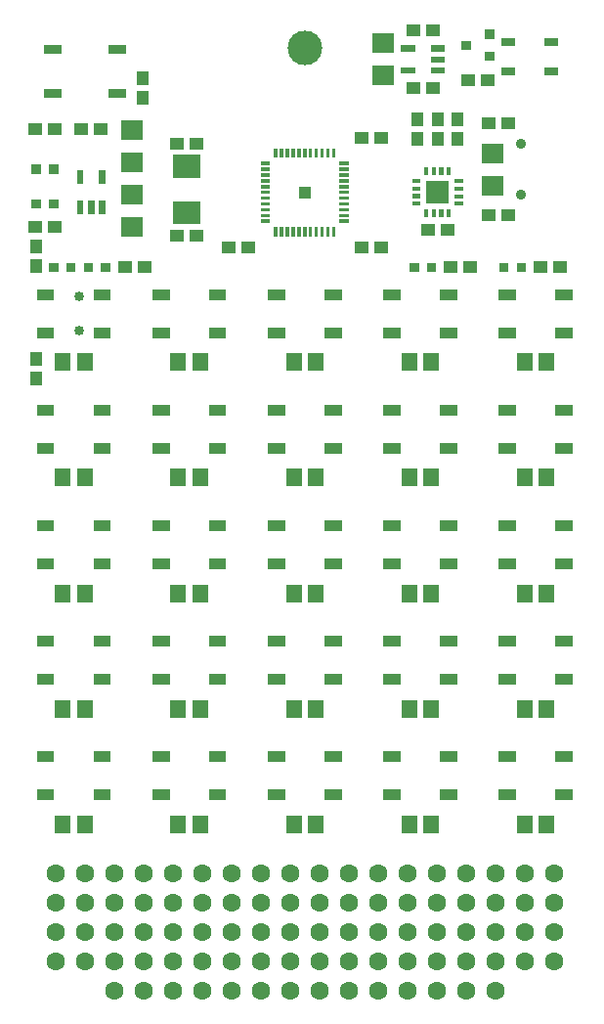
<source format=gbr>
G04 DipTrace 2.4.0.2*
%INTopMask.gbr*%
%MOIN*%
%ADD37C,0.0354*%
%ADD38C,0.1181*%
%ADD39C,0.0335*%
%ADD42C,0.063*%
%ADD52R,0.0551X0.063*%
%ADD54R,0.0433X0.0472*%
%ADD56R,0.0748X0.0669*%
%ADD58R,0.0472X0.0433*%
%FSLAX44Y44*%
G04*
G70*
G90*
G75*
G01*
%LNTopMask*%
%LPD*%
D58*
X13543Y34252D3*
X14213D3*
X11772Y30610D3*
X12441D3*
X5472Y27264D3*
X6142D3*
X5472Y30413D3*
X6142D3*
D56*
X3937Y30866D3*
Y29764D3*
Y27559D3*
Y28661D3*
D58*
X7913Y26870D3*
X7244D3*
X11772D3*
X12441D3*
X13543Y32283D3*
X14213D3*
D56*
X12500Y32717D3*
Y33819D3*
D54*
X14370Y30571D3*
Y31240D3*
X13681Y30571D3*
Y31240D3*
X15059Y30571D3*
Y31240D3*
D58*
X14035Y27461D3*
X14705D3*
D52*
X2343Y22953D3*
X1594D3*
X6280D3*
X5531D3*
X10217D3*
X9469D3*
X14154D3*
X13406D3*
X18091D3*
X17343D3*
X2343Y19016D3*
X1594D3*
X6280D3*
X5531D3*
X10217D3*
X9469D3*
X14154D3*
X13406D3*
X18091D3*
X17343D3*
X2343Y15079D3*
X1594D3*
X6280D3*
X5531D3*
X10217D3*
X9469D3*
X14154D3*
X13406D3*
X18091D3*
X17343D3*
X2343Y11142D3*
X1594D3*
X6280D3*
X5531D3*
X10217D3*
X9469D3*
X14154D3*
X13406D3*
X18091D3*
X17343D3*
X2343Y7205D3*
X1594D3*
X6280D3*
X5531D3*
X10217D3*
X9469D3*
X14154D3*
X13406D3*
X18091D3*
X17343D3*
D37*
X17224Y30394D3*
Y28661D3*
G36*
X18484Y33996D2*
X18012D1*
Y33720D1*
X18484D1*
Y33996D1*
G37*
G36*
X17028D2*
X16555D1*
Y33720D1*
X17028D1*
Y33996D1*
G37*
G36*
X18484Y33012D2*
X18012D1*
Y32736D1*
X18484D1*
Y33012D1*
G37*
G36*
X17028D2*
X16555D1*
Y32736D1*
X17028D1*
Y33012D1*
G37*
D56*
X16240Y30079D3*
Y28976D3*
D38*
X9843Y33661D3*
G36*
X846Y29370D2*
Y29685D1*
X531D1*
Y29370D1*
X846D1*
G37*
G36*
X1437D2*
Y29685D1*
X1122D1*
Y29370D1*
X1437D1*
G37*
G36*
X846Y28189D2*
Y28504D1*
X531D1*
Y28189D1*
X846D1*
G37*
G36*
X1437D2*
Y28504D1*
X1122D1*
Y28189D1*
X1437D1*
G37*
G36*
X1713Y26339D2*
Y26024D1*
X2028D1*
Y26339D1*
X1713D1*
G37*
G36*
X1122D2*
Y26024D1*
X1437D1*
Y26339D1*
X1122D1*
G37*
G36*
X2618Y26024D2*
Y26339D1*
X2303D1*
Y26024D1*
X2618D1*
G37*
G36*
X3209D2*
Y26339D1*
X2894D1*
Y26024D1*
X3209D1*
G37*
G36*
X13740D2*
Y26339D1*
X13425D1*
Y26024D1*
X13740D1*
G37*
G36*
X14331D2*
Y26339D1*
X14016D1*
Y26024D1*
X14331D1*
G37*
G36*
X2638Y23780D2*
X3228D1*
Y24134D1*
X2638D1*
Y23780D1*
G37*
G36*
Y25079D2*
X3228D1*
Y25433D1*
X2638D1*
Y25079D1*
G37*
G36*
X709D2*
X1299D1*
Y25433D1*
X709D1*
Y25079D1*
G37*
G36*
Y23780D2*
X1299D1*
Y24134D1*
X709D1*
Y23780D1*
G37*
G36*
X6575D2*
X7165D1*
Y24134D1*
X6575D1*
Y23780D1*
G37*
G36*
Y25079D2*
X7165D1*
Y25433D1*
X6575D1*
Y25079D1*
G37*
G36*
X4646D2*
X5236D1*
Y25433D1*
X4646D1*
Y25079D1*
G37*
G36*
Y23780D2*
X5236D1*
Y24134D1*
X4646D1*
Y23780D1*
G37*
G36*
X10512D2*
X11102D1*
Y24134D1*
X10512D1*
Y23780D1*
G37*
G36*
Y25079D2*
X11102D1*
Y25433D1*
X10512D1*
Y25079D1*
G37*
G36*
X8583D2*
X9173D1*
Y25433D1*
X8583D1*
Y25079D1*
G37*
G36*
Y23780D2*
X9173D1*
Y24134D1*
X8583D1*
Y23780D1*
G37*
G36*
X14449D2*
X15039D1*
Y24134D1*
X14449D1*
Y23780D1*
G37*
G36*
Y25079D2*
X15039D1*
Y25433D1*
X14449D1*
Y25079D1*
G37*
G36*
X12520D2*
X13110D1*
Y25433D1*
X12520D1*
Y25079D1*
G37*
G36*
Y23780D2*
X13110D1*
Y24134D1*
X12520D1*
Y23780D1*
G37*
G36*
X18386D2*
X18976D1*
Y24134D1*
X18386D1*
Y23780D1*
G37*
G36*
Y25079D2*
X18976D1*
Y25433D1*
X18386D1*
Y25079D1*
G37*
G36*
X16457D2*
X17047D1*
Y25433D1*
X16457D1*
Y25079D1*
G37*
G36*
Y23780D2*
X17047D1*
Y24134D1*
X16457D1*
Y23780D1*
G37*
G36*
X2638Y19843D2*
X3228D1*
Y20197D1*
X2638D1*
Y19843D1*
G37*
G36*
Y21142D2*
X3228D1*
Y21496D1*
X2638D1*
Y21142D1*
G37*
G36*
X709D2*
X1299D1*
Y21496D1*
X709D1*
Y21142D1*
G37*
G36*
Y19843D2*
X1299D1*
Y20197D1*
X709D1*
Y19843D1*
G37*
G36*
X6575D2*
X7165D1*
Y20197D1*
X6575D1*
Y19843D1*
G37*
G36*
Y21142D2*
X7165D1*
Y21496D1*
X6575D1*
Y21142D1*
G37*
G36*
X4646D2*
X5236D1*
Y21496D1*
X4646D1*
Y21142D1*
G37*
G36*
Y19843D2*
X5236D1*
Y20197D1*
X4646D1*
Y19843D1*
G37*
G36*
X10512D2*
X11102D1*
Y20197D1*
X10512D1*
Y19843D1*
G37*
G36*
Y21142D2*
X11102D1*
Y21496D1*
X10512D1*
Y21142D1*
G37*
G36*
X8583D2*
X9173D1*
Y21496D1*
X8583D1*
Y21142D1*
G37*
G36*
Y19843D2*
X9173D1*
Y20197D1*
X8583D1*
Y19843D1*
G37*
G36*
X14449D2*
X15039D1*
Y20197D1*
X14449D1*
Y19843D1*
G37*
G36*
Y21142D2*
X15039D1*
Y21496D1*
X14449D1*
Y21142D1*
G37*
G36*
X12520D2*
X13110D1*
Y21496D1*
X12520D1*
Y21142D1*
G37*
G36*
Y19843D2*
X13110D1*
Y20197D1*
X12520D1*
Y19843D1*
G37*
G36*
X18386D2*
X18976D1*
Y20197D1*
X18386D1*
Y19843D1*
G37*
G36*
Y21142D2*
X18976D1*
Y21496D1*
X18386D1*
Y21142D1*
G37*
G36*
X16457D2*
X17047D1*
Y21496D1*
X16457D1*
Y21142D1*
G37*
G36*
Y19843D2*
X17047D1*
Y20197D1*
X16457D1*
Y19843D1*
G37*
G36*
X2638Y15906D2*
X3228D1*
Y16260D1*
X2638D1*
Y15906D1*
G37*
G36*
Y17205D2*
X3228D1*
Y17559D1*
X2638D1*
Y17205D1*
G37*
G36*
X709D2*
X1299D1*
Y17559D1*
X709D1*
Y17205D1*
G37*
G36*
Y15906D2*
X1299D1*
Y16260D1*
X709D1*
Y15906D1*
G37*
G36*
X6575D2*
X7165D1*
Y16260D1*
X6575D1*
Y15906D1*
G37*
G36*
Y17205D2*
X7165D1*
Y17559D1*
X6575D1*
Y17205D1*
G37*
G36*
X4646D2*
X5236D1*
Y17559D1*
X4646D1*
Y17205D1*
G37*
G36*
Y15906D2*
X5236D1*
Y16260D1*
X4646D1*
Y15906D1*
G37*
G36*
X10512D2*
X11102D1*
Y16260D1*
X10512D1*
Y15906D1*
G37*
G36*
Y17205D2*
X11102D1*
Y17559D1*
X10512D1*
Y17205D1*
G37*
G36*
X8583D2*
X9173D1*
Y17559D1*
X8583D1*
Y17205D1*
G37*
G36*
Y15906D2*
X9173D1*
Y16260D1*
X8583D1*
Y15906D1*
G37*
G36*
X14449D2*
X15039D1*
Y16260D1*
X14449D1*
Y15906D1*
G37*
G36*
Y17205D2*
X15039D1*
Y17559D1*
X14449D1*
Y17205D1*
G37*
G36*
X12520D2*
X13110D1*
Y17559D1*
X12520D1*
Y17205D1*
G37*
G36*
Y15906D2*
X13110D1*
Y16260D1*
X12520D1*
Y15906D1*
G37*
G36*
X18386D2*
X18976D1*
Y16260D1*
X18386D1*
Y15906D1*
G37*
G36*
Y17205D2*
X18976D1*
Y17559D1*
X18386D1*
Y17205D1*
G37*
G36*
X16457D2*
X17047D1*
Y17559D1*
X16457D1*
Y17205D1*
G37*
G36*
Y15906D2*
X17047D1*
Y16260D1*
X16457D1*
Y15906D1*
G37*
G36*
X2638Y11969D2*
X3228D1*
Y12323D1*
X2638D1*
Y11969D1*
G37*
G36*
Y13268D2*
X3228D1*
Y13622D1*
X2638D1*
Y13268D1*
G37*
G36*
X709D2*
X1299D1*
Y13622D1*
X709D1*
Y13268D1*
G37*
G36*
Y11969D2*
X1299D1*
Y12323D1*
X709D1*
Y11969D1*
G37*
G36*
X6575D2*
X7165D1*
Y12323D1*
X6575D1*
Y11969D1*
G37*
G36*
Y13268D2*
X7165D1*
Y13622D1*
X6575D1*
Y13268D1*
G37*
G36*
X4646D2*
X5236D1*
Y13622D1*
X4646D1*
Y13268D1*
G37*
G36*
Y11969D2*
X5236D1*
Y12323D1*
X4646D1*
Y11969D1*
G37*
G36*
X10512D2*
X11102D1*
Y12323D1*
X10512D1*
Y11969D1*
G37*
G36*
Y13268D2*
X11102D1*
Y13622D1*
X10512D1*
Y13268D1*
G37*
G36*
X8583D2*
X9173D1*
Y13622D1*
X8583D1*
Y13268D1*
G37*
G36*
Y11969D2*
X9173D1*
Y12323D1*
X8583D1*
Y11969D1*
G37*
G36*
X14449D2*
X15039D1*
Y12323D1*
X14449D1*
Y11969D1*
G37*
G36*
Y13268D2*
X15039D1*
Y13622D1*
X14449D1*
Y13268D1*
G37*
G36*
X12520D2*
X13110D1*
Y13622D1*
X12520D1*
Y13268D1*
G37*
G36*
Y11969D2*
X13110D1*
Y12323D1*
X12520D1*
Y11969D1*
G37*
G36*
X18386D2*
X18976D1*
Y12323D1*
X18386D1*
Y11969D1*
G37*
G36*
Y13268D2*
X18976D1*
Y13622D1*
X18386D1*
Y13268D1*
G37*
G36*
X16457D2*
X17047D1*
Y13622D1*
X16457D1*
Y13268D1*
G37*
G36*
Y11969D2*
X17047D1*
Y12323D1*
X16457D1*
Y11969D1*
G37*
G36*
X2638Y8031D2*
X3228D1*
Y8386D1*
X2638D1*
Y8031D1*
G37*
G36*
Y9331D2*
X3228D1*
Y9685D1*
X2638D1*
Y9331D1*
G37*
G36*
X709D2*
X1299D1*
Y9685D1*
X709D1*
Y9331D1*
G37*
G36*
Y8031D2*
X1299D1*
Y8386D1*
X709D1*
Y8031D1*
G37*
G36*
X6575D2*
X7165D1*
Y8386D1*
X6575D1*
Y8031D1*
G37*
G36*
Y9331D2*
X7165D1*
Y9685D1*
X6575D1*
Y9331D1*
G37*
G36*
X4646D2*
X5236D1*
Y9685D1*
X4646D1*
Y9331D1*
G37*
G36*
Y8031D2*
X5236D1*
Y8386D1*
X4646D1*
Y8031D1*
G37*
G36*
X10512D2*
X11102D1*
Y8386D1*
X10512D1*
Y8031D1*
G37*
G36*
Y9331D2*
X11102D1*
Y9685D1*
X10512D1*
Y9331D1*
G37*
G36*
X8583D2*
X9173D1*
Y9685D1*
X8583D1*
Y9331D1*
G37*
G36*
Y8031D2*
X9173D1*
Y8386D1*
X8583D1*
Y8031D1*
G37*
G36*
X14449D2*
X15039D1*
Y8386D1*
X14449D1*
Y8031D1*
G37*
G36*
Y9331D2*
X15039D1*
Y9685D1*
X14449D1*
Y9331D1*
G37*
G36*
X12520D2*
X13110D1*
Y9685D1*
X12520D1*
Y9331D1*
G37*
G36*
Y8031D2*
X13110D1*
Y8386D1*
X12520D1*
Y8031D1*
G37*
G36*
X18386D2*
X18976D1*
Y8386D1*
X18386D1*
Y8031D1*
G37*
G36*
Y9331D2*
X18976D1*
Y9685D1*
X18386D1*
Y9331D1*
G37*
G36*
X16457D2*
X17047D1*
Y9685D1*
X16457D1*
Y9331D1*
G37*
G36*
Y8031D2*
X17047D1*
Y8386D1*
X16457D1*
Y8031D1*
G37*
G36*
X17067Y26339D2*
Y26024D1*
X17382D1*
Y26339D1*
X17067D1*
G37*
G36*
X16476D2*
Y26024D1*
X16791D1*
Y26339D1*
X16476D1*
G37*
D42*
X3343Y1543D3*
X4343D3*
X5343D3*
X6343D3*
X7343D3*
X8343D3*
X9343D3*
X10343D3*
X11343D3*
X12343D3*
X13343D3*
X14343D3*
X15343D3*
X16343D3*
X18343Y2543D3*
X17343D3*
X16343D3*
X15343D3*
X14343D3*
X13343D3*
X12343D3*
X11343D3*
X10343D3*
X9343D3*
X8343D3*
X7343D3*
X6343D3*
X5343D3*
X4343D3*
X3343D3*
X2343D3*
X1343D3*
Y3543D3*
X2343D3*
X3343D3*
X4343D3*
X5343D3*
X6343D3*
X7343D3*
X8343D3*
X9343D3*
X10343D3*
X11343D3*
X12343D3*
X13343D3*
X14343D3*
X15343D3*
X16343D3*
X17343D3*
X18343D3*
Y4543D3*
X17343D3*
X16343D3*
X15343D3*
X14343D3*
X13343D3*
X12343D3*
X11343D3*
X10343D3*
X9343D3*
X8343D3*
X7343D3*
X6343D3*
X5343D3*
X4343D3*
X3343D3*
X2343D3*
X1343D3*
Y5543D3*
X2343D3*
X3343D3*
X4343D3*
X5343D3*
X6343D3*
X7343D3*
X8343D3*
X9343D3*
X10343D3*
X11343D3*
X12343D3*
X13343D3*
X14343D3*
X15343D3*
X16343D3*
X17343D3*
X18343D3*
D58*
X1319Y30906D3*
X650D3*
X1319Y27559D3*
X650D3*
X2894Y30906D3*
X2224D3*
X16083Y32579D3*
X15413D3*
D54*
X4331Y32618D3*
Y31949D3*
X689Y26240D3*
Y26909D3*
D58*
X3701Y26181D3*
X4370D3*
X14823D3*
X15492D3*
X16772Y27953D3*
X16102D3*
X16772Y31102D3*
X16102D3*
D54*
X689Y23071D3*
Y22402D3*
D58*
X17874Y26181D3*
X18543D3*
D39*
X2165Y25197D3*
Y24016D3*
G36*
X962Y33774D2*
Y33474D1*
X1562D1*
Y33774D1*
X962D1*
G37*
G36*
X3162D2*
Y33474D1*
X3762D1*
Y33774D1*
X3162D1*
G37*
G36*
X962Y32274D2*
Y31974D1*
X1562D1*
Y32274D1*
X962D1*
G37*
G36*
X3162D2*
Y31974D1*
X3762D1*
Y32274D1*
X3162D1*
G37*
G36*
X15523Y33595D2*
Y33905D1*
X15173D1*
Y33595D1*
X15523D1*
G37*
G36*
X16323Y33975D2*
Y34285D1*
X15973D1*
Y33975D1*
X16323D1*
G37*
G36*
Y33215D2*
Y33525D1*
X15973D1*
Y33215D1*
X16323D1*
G37*
G36*
X2293Y28465D2*
X2077D1*
Y27992D1*
X2293D1*
Y28465D1*
G37*
G36*
X2667D2*
X2451D1*
Y27992D1*
X2667D1*
Y28465D1*
G37*
G36*
X3041D2*
X2825D1*
Y27992D1*
X3041D1*
Y28465D1*
G37*
G36*
Y29488D2*
X2825D1*
Y29016D1*
X3041D1*
Y29488D1*
G37*
G36*
X2293D2*
X2077D1*
Y29016D1*
X2293D1*
Y29488D1*
G37*
G36*
X14154Y33002D2*
Y32785D1*
X14626D1*
Y33002D1*
X14154D1*
G37*
G36*
Y33376D2*
Y33159D1*
X14626D1*
Y33376D1*
X14154D1*
G37*
G36*
Y33750D2*
Y33533D1*
X14626D1*
Y33750D1*
X14154D1*
G37*
G36*
X13130D2*
Y33533D1*
X13602D1*
Y33750D1*
X13130D1*
G37*
G36*
Y33002D2*
Y32785D1*
X13602D1*
Y33002D1*
X13130D1*
G37*
G36*
X10039Y28543D2*
X9645D1*
Y28937D1*
X10039D1*
Y28543D1*
G37*
G36*
X10768Y30236D2*
Y29921D1*
X10886D1*
Y30236D1*
X10768D1*
G37*
G36*
X10571D2*
Y29921D1*
X10689D1*
Y30236D1*
X10571D1*
G37*
G36*
X10374D2*
Y29921D1*
X10492D1*
Y30236D1*
X10374D1*
G37*
G36*
X10177D2*
Y29921D1*
X10295D1*
Y30236D1*
X10177D1*
G37*
G36*
X9980D2*
Y29921D1*
X10098D1*
Y30236D1*
X9980D1*
G37*
G36*
X9783D2*
Y29921D1*
X9902D1*
Y30236D1*
X9783D1*
G37*
G36*
X9705Y29921D2*
Y30236D1*
X9587D1*
Y29921D1*
X9705D1*
G37*
G36*
X9508D2*
Y30236D1*
X9390D1*
Y29921D1*
X9508D1*
G37*
G36*
X9311D2*
Y30236D1*
X9193D1*
Y29921D1*
X9311D1*
G37*
G36*
X9114D2*
Y30236D1*
X8996D1*
Y29921D1*
X9114D1*
G37*
G36*
X8917D2*
Y30236D1*
X8799D1*
Y29921D1*
X8917D1*
G37*
G36*
X8346Y29665D2*
X8661D1*
Y29783D1*
X8346D1*
Y29665D1*
G37*
G36*
Y29469D2*
X8661D1*
Y29587D1*
X8346D1*
Y29469D1*
G37*
G36*
Y29272D2*
X8661D1*
Y29390D1*
X8346D1*
Y29272D1*
G37*
G36*
Y29075D2*
X8661D1*
Y29193D1*
X8346D1*
Y29075D1*
G37*
G36*
Y28878D2*
X8661D1*
Y28996D1*
X8346D1*
Y28878D1*
G37*
G36*
Y28681D2*
X8661D1*
Y28799D1*
X8346D1*
Y28681D1*
G37*
G36*
X8661Y28602D2*
X8346D1*
Y28484D1*
X8661D1*
Y28602D1*
G37*
G36*
Y28406D2*
X8346D1*
Y28287D1*
X8661D1*
Y28406D1*
G37*
G36*
Y28209D2*
X8346D1*
Y28091D1*
X8661D1*
Y28209D1*
G37*
G36*
Y28012D2*
X8346D1*
Y27894D1*
X8661D1*
Y28012D1*
G37*
G36*
Y27815D2*
X8346D1*
Y27697D1*
X8661D1*
Y27815D1*
G37*
G36*
X8917Y27244D2*
Y27559D1*
X8799D1*
Y27244D1*
X8917D1*
G37*
G36*
X9114D2*
Y27559D1*
X8996D1*
Y27244D1*
X9114D1*
G37*
G36*
X9311D2*
Y27559D1*
X9193D1*
Y27244D1*
X9311D1*
G37*
G36*
X9508D2*
Y27559D1*
X9390D1*
Y27244D1*
X9508D1*
G37*
G36*
X9705D2*
Y27559D1*
X9587D1*
Y27244D1*
X9705D1*
G37*
G36*
X9902D2*
Y27559D1*
X9783D1*
Y27244D1*
X9902D1*
G37*
G36*
X9980Y27559D2*
Y27244D1*
X10098D1*
Y27559D1*
X9980D1*
G37*
G36*
X10177D2*
Y27244D1*
X10295D1*
Y27559D1*
X10177D1*
G37*
G36*
X10374D2*
Y27244D1*
X10492D1*
Y27559D1*
X10374D1*
G37*
G36*
X10571D2*
Y27244D1*
X10689D1*
Y27559D1*
X10571D1*
G37*
G36*
X10768D2*
Y27244D1*
X10886D1*
Y27559D1*
X10768D1*
G37*
G36*
X11339Y27815D2*
X11024D1*
Y27697D1*
X11339D1*
Y27815D1*
G37*
G36*
Y28012D2*
X11024D1*
Y27894D1*
X11339D1*
Y28012D1*
G37*
G36*
Y28209D2*
X11024D1*
Y28091D1*
X11339D1*
Y28209D1*
G37*
G36*
Y28406D2*
X11024D1*
Y28287D1*
X11339D1*
Y28406D1*
G37*
G36*
Y28602D2*
X11024D1*
Y28484D1*
X11339D1*
Y28602D1*
G37*
G36*
Y28799D2*
X11024D1*
Y28681D1*
X11339D1*
Y28799D1*
G37*
G36*
X11024Y28878D2*
X11339D1*
Y28996D1*
X11024D1*
Y28878D1*
G37*
G36*
Y29075D2*
X11339D1*
Y29193D1*
X11024D1*
Y29075D1*
G37*
G36*
Y29272D2*
X11339D1*
Y29390D1*
X11024D1*
Y29272D1*
G37*
G36*
Y29469D2*
X11339D1*
Y29587D1*
X11024D1*
Y29469D1*
G37*
G36*
Y29665D2*
X11339D1*
Y29783D1*
X11024D1*
Y29665D1*
G37*
G36*
X13976Y29134D2*
X14764D1*
Y28347D1*
X13976D1*
Y29134D1*
G37*
G36*
X13917Y28159D2*
Y27884D1*
X14055D1*
Y28159D1*
X13917D1*
G37*
G36*
X14173D2*
Y27884D1*
X14311D1*
Y28159D1*
X14173D1*
G37*
G36*
X14429D2*
Y27884D1*
X14567D1*
Y28159D1*
X14429D1*
G37*
G36*
X14685D2*
Y27884D1*
X14823D1*
Y28159D1*
X14685D1*
G37*
G36*
X14961Y28287D2*
X15236D1*
Y28425D1*
X14961D1*
Y28287D1*
G37*
G36*
Y28533D2*
X15236D1*
Y28671D1*
X14961D1*
Y28533D1*
G37*
G36*
Y28799D2*
X15236D1*
Y28937D1*
X14961D1*
Y28799D1*
G37*
G36*
Y29055D2*
X15236D1*
Y29193D1*
X14961D1*
Y29055D1*
G37*
G36*
X14823Y29321D2*
Y29596D1*
X14685D1*
Y29321D1*
X14823D1*
G37*
G36*
X14567D2*
Y29596D1*
X14429D1*
Y29321D1*
X14567D1*
G37*
G36*
X14311D2*
Y29596D1*
X14173D1*
Y29321D1*
X14311D1*
G37*
G36*
X14055D2*
Y29596D1*
X13917D1*
Y29321D1*
X14055D1*
G37*
G36*
X13789Y29193D2*
X13514D1*
Y29055D1*
X13789D1*
Y29193D1*
G37*
G36*
Y28937D2*
X13514D1*
Y28799D1*
X13789D1*
Y28937D1*
G37*
G36*
Y28681D2*
X13514D1*
Y28543D1*
X13789D1*
Y28681D1*
G37*
G36*
Y28425D2*
X13514D1*
Y28287D1*
X13789D1*
Y28425D1*
G37*
G36*
X5335Y30020D2*
Y29232D1*
X6280D1*
Y30020D1*
X5335D1*
G37*
G36*
X6280Y27657D2*
Y28445D1*
X5335D1*
Y27657D1*
X6280D1*
G37*
M02*

</source>
